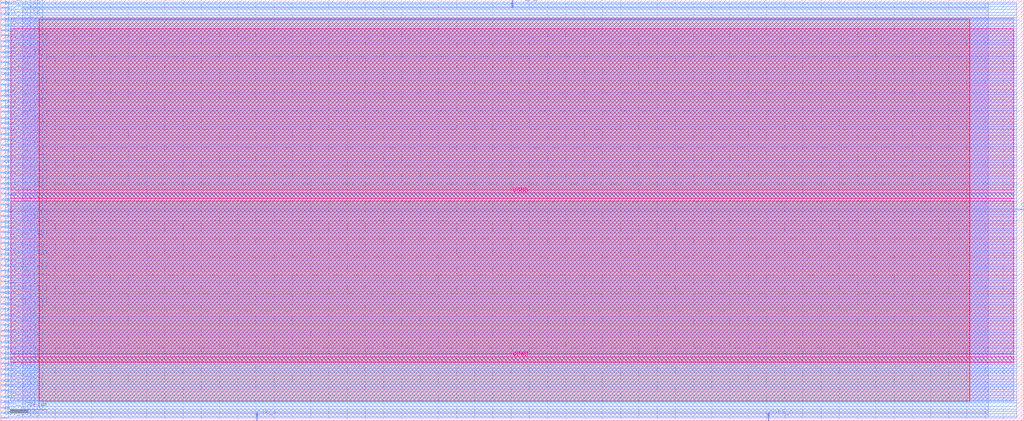
<source format=lef>
VERSION 5.7 ;
  NOWIREEXTENSIONATPIN ON ;
  DIVIDERCHAR "/" ;
  BUSBITCHARS "[]" ;
MACRO fd_hs
  CLASS BLOCK ;
  FOREIGN fd_hs ;
  ORIGIN 0.000 0.000 ;
  SIZE 561.200 BY 231.200 ;
  PIN bus_in[0]
    DIRECTION INPUT ;
    PORT
      LAYER met3 ;
        RECT 0.000 1.400 4.000 2.000 ;
    END
  END bus_in[0]
  PIN bus_in[10]
    DIRECTION INPUT ;
    PORT
      LAYER met3 ;
        RECT 0.000 61.240 4.000 61.840 ;
    END
  END bus_in[10]
  PIN bus_in[11]
    DIRECTION INPUT ;
    PORT
      LAYER met3 ;
        RECT 0.000 67.360 4.000 67.960 ;
    END
  END bus_in[11]
  PIN bus_in[12]
    DIRECTION INPUT ;
    PORT
      LAYER met3 ;
        RECT 0.000 72.800 4.000 73.400 ;
    END
  END bus_in[12]
  PIN bus_in[13]
    DIRECTION INPUT ;
    PORT
      LAYER met3 ;
        RECT 0.000 78.920 4.000 79.520 ;
    END
  END bus_in[13]
  PIN bus_in[14]
    DIRECTION INPUT ;
    PORT
      LAYER met3 ;
        RECT 0.000 85.040 4.000 85.640 ;
    END
  END bus_in[14]
  PIN bus_in[15]
    DIRECTION INPUT ;
    PORT
      LAYER met3 ;
        RECT 0.000 91.160 4.000 91.760 ;
    END
  END bus_in[15]
  PIN bus_in[16]
    DIRECTION INPUT ;
    PORT
      LAYER met3 ;
        RECT 0.000 97.280 4.000 97.880 ;
    END
  END bus_in[16]
  PIN bus_in[17]
    DIRECTION INPUT ;
    PORT
      LAYER met3 ;
        RECT 0.000 103.400 4.000 104.000 ;
    END
  END bus_in[17]
  PIN bus_in[18]
    DIRECTION INPUT ;
    PORT
      LAYER met3 ;
        RECT 0.000 108.840 4.000 109.440 ;
    END
  END bus_in[18]
  PIN bus_in[19]
    DIRECTION INPUT ;
    PORT
      LAYER met3 ;
        RECT 0.000 114.960 4.000 115.560 ;
    END
  END bus_in[19]
  PIN bus_in[1]
    DIRECTION INPUT ;
    PORT
      LAYER met3 ;
        RECT 0.000 6.840 4.000 7.440 ;
    END
  END bus_in[1]
  PIN bus_in[20]
    DIRECTION INPUT ;
    PORT
      LAYER met3 ;
        RECT 0.000 121.080 4.000 121.680 ;
    END
  END bus_in[20]
  PIN bus_in[21]
    DIRECTION INPUT ;
    PORT
      LAYER met3 ;
        RECT 0.000 127.200 4.000 127.800 ;
    END
  END bus_in[21]
  PIN bus_in[22]
    DIRECTION INPUT ;
    PORT
      LAYER met3 ;
        RECT 0.000 133.320 4.000 133.920 ;
    END
  END bus_in[22]
  PIN bus_in[23]
    DIRECTION INPUT ;
    PORT
      LAYER met3 ;
        RECT 0.000 139.440 4.000 140.040 ;
    END
  END bus_in[23]
  PIN bus_in[24]
    DIRECTION INPUT ;
    PORT
      LAYER met3 ;
        RECT 0.000 144.880 4.000 145.480 ;
    END
  END bus_in[24]
  PIN bus_in[25]
    DIRECTION INPUT ;
    PORT
      LAYER met3 ;
        RECT 0.000 151.000 4.000 151.600 ;
    END
  END bus_in[25]
  PIN bus_in[26]
    DIRECTION INPUT ;
    PORT
      LAYER met3 ;
        RECT 0.000 157.120 4.000 157.720 ;
    END
  END bus_in[26]
  PIN bus_in[27]
    DIRECTION INPUT ;
    PORT
      LAYER met3 ;
        RECT 0.000 163.240 4.000 163.840 ;
    END
  END bus_in[27]
  PIN bus_in[28]
    DIRECTION INPUT ;
    PORT
      LAYER met3 ;
        RECT 0.000 169.360 4.000 169.960 ;
    END
  END bus_in[28]
  PIN bus_in[29]
    DIRECTION INPUT ;
    PORT
      LAYER met3 ;
        RECT 0.000 175.480 4.000 176.080 ;
    END
  END bus_in[29]
  PIN bus_in[2]
    DIRECTION INPUT ;
    PORT
      LAYER met3 ;
        RECT 0.000 12.960 4.000 13.560 ;
    END
  END bus_in[2]
  PIN bus_in[30]
    DIRECTION INPUT ;
    PORT
      LAYER met3 ;
        RECT 0.000 180.920 4.000 181.520 ;
    END
  END bus_in[30]
  PIN bus_in[31]
    DIRECTION INPUT ;
    PORT
      LAYER met3 ;
        RECT 0.000 187.040 4.000 187.640 ;
    END
  END bus_in[31]
  PIN bus_in[32]
    DIRECTION INPUT ;
    PORT
      LAYER met3 ;
        RECT 0.000 193.160 4.000 193.760 ;
    END
  END bus_in[32]
  PIN bus_in[33]
    DIRECTION INPUT ;
    PORT
      LAYER met3 ;
        RECT 0.000 199.280 4.000 199.880 ;
    END
  END bus_in[33]
  PIN bus_in[34]
    DIRECTION INPUT ;
    PORT
      LAYER met3 ;
        RECT 0.000 205.400 4.000 206.000 ;
    END
  END bus_in[34]
  PIN bus_in[35]
    DIRECTION INPUT ;
    PORT
      LAYER met3 ;
        RECT 0.000 211.520 4.000 212.120 ;
    END
  END bus_in[35]
  PIN bus_in[36]
    DIRECTION INPUT ;
    PORT
      LAYER met3 ;
        RECT 0.000 214.240 4.000 214.840 ;
    END
  END bus_in[36]
  PIN bus_in[37]
    DIRECTION INPUT ;
    PORT
      LAYER met3 ;
        RECT 0.000 216.960 4.000 217.560 ;
    END
  END bus_in[37]
  PIN bus_in[38]
    DIRECTION INPUT ;
    PORT
      LAYER met3 ;
        RECT 0.000 220.360 4.000 220.960 ;
    END
  END bus_in[38]
  PIN bus_in[39]
    DIRECTION INPUT ;
    PORT
      LAYER met3 ;
        RECT 0.000 223.080 4.000 223.680 ;
    END
  END bus_in[39]
  PIN bus_in[3]
    DIRECTION INPUT ;
    PORT
      LAYER met3 ;
        RECT 0.000 19.080 4.000 19.680 ;
    END
  END bus_in[3]
  PIN bus_in[40]
    DIRECTION INPUT ;
    PORT
      LAYER met3 ;
        RECT 0.000 226.480 4.000 227.080 ;
    END
  END bus_in[40]
  PIN bus_in[41]
    DIRECTION INPUT ;
    PORT
      LAYER met3 ;
        RECT 0.000 229.200 4.000 229.800 ;
    END
  END bus_in[41]
  PIN bus_in[4]
    DIRECTION INPUT ;
    PORT
      LAYER met3 ;
        RECT 0.000 25.200 4.000 25.800 ;
    END
  END bus_in[4]
  PIN bus_in[5]
    DIRECTION INPUT ;
    PORT
      LAYER met3 ;
        RECT 0.000 31.320 4.000 31.920 ;
    END
  END bus_in[5]
  PIN bus_in[6]
    DIRECTION INPUT ;
    PORT
      LAYER met3 ;
        RECT 0.000 36.760 4.000 37.360 ;
    END
  END bus_in[6]
  PIN bus_in[7]
    DIRECTION INPUT ;
    PORT
      LAYER met3 ;
        RECT 0.000 42.880 4.000 43.480 ;
    END
  END bus_in[7]
  PIN bus_in[8]
    DIRECTION INPUT ;
    PORT
      LAYER met3 ;
        RECT 0.000 49.000 4.000 49.600 ;
    END
  END bus_in[8]
  PIN bus_in[9]
    DIRECTION INPUT ;
    PORT
      LAYER met3 ;
        RECT 0.000 55.120 4.000 55.720 ;
    END
  END bus_in[9]
  PIN bus_out[0]
    DIRECTION OUTPUT TRISTATE ;
    PORT
      LAYER met3 ;
        RECT 0.000 4.120 4.000 4.720 ;
    END
  END bus_out[0]
  PIN bus_out[10]
    DIRECTION OUTPUT TRISTATE ;
    PORT
      LAYER met3 ;
        RECT 0.000 63.960 4.000 64.560 ;
    END
  END bus_out[10]
  PIN bus_out[11]
    DIRECTION OUTPUT TRISTATE ;
    PORT
      LAYER met3 ;
        RECT 0.000 70.080 4.000 70.680 ;
    END
  END bus_out[11]
  PIN bus_out[12]
    DIRECTION OUTPUT TRISTATE ;
    PORT
      LAYER met3 ;
        RECT 0.000 76.200 4.000 76.800 ;
    END
  END bus_out[12]
  PIN bus_out[13]
    DIRECTION OUTPUT TRISTATE ;
    PORT
      LAYER met3 ;
        RECT 0.000 82.320 4.000 82.920 ;
    END
  END bus_out[13]
  PIN bus_out[14]
    DIRECTION OUTPUT TRISTATE ;
    PORT
      LAYER met3 ;
        RECT 0.000 88.440 4.000 89.040 ;
    END
  END bus_out[14]
  PIN bus_out[15]
    DIRECTION OUTPUT TRISTATE ;
    PORT
      LAYER met3 ;
        RECT 0.000 93.880 4.000 94.480 ;
    END
  END bus_out[15]
  PIN bus_out[16]
    DIRECTION OUTPUT TRISTATE ;
    PORT
      LAYER met3 ;
        RECT 0.000 100.000 4.000 100.600 ;
    END
  END bus_out[16]
  PIN bus_out[17]
    DIRECTION OUTPUT TRISTATE ;
    PORT
      LAYER met3 ;
        RECT 0.000 106.120 4.000 106.720 ;
    END
  END bus_out[17]
  PIN bus_out[18]
    DIRECTION OUTPUT TRISTATE ;
    PORT
      LAYER met3 ;
        RECT 0.000 112.240 4.000 112.840 ;
    END
  END bus_out[18]
  PIN bus_out[19]
    DIRECTION OUTPUT TRISTATE ;
    PORT
      LAYER met3 ;
        RECT 0.000 118.360 4.000 118.960 ;
    END
  END bus_out[19]
  PIN bus_out[1]
    DIRECTION OUTPUT TRISTATE ;
    PORT
      LAYER met3 ;
        RECT 0.000 10.240 4.000 10.840 ;
    END
  END bus_out[1]
  PIN bus_out[20]
    DIRECTION OUTPUT TRISTATE ;
    PORT
      LAYER met3 ;
        RECT 0.000 124.480 4.000 125.080 ;
    END
  END bus_out[20]
  PIN bus_out[21]
    DIRECTION OUTPUT TRISTATE ;
    PORT
      LAYER met3 ;
        RECT 0.000 129.920 4.000 130.520 ;
    END
  END bus_out[21]
  PIN bus_out[22]
    DIRECTION OUTPUT TRISTATE ;
    PORT
      LAYER met3 ;
        RECT 0.000 136.040 4.000 136.640 ;
    END
  END bus_out[22]
  PIN bus_out[23]
    DIRECTION OUTPUT TRISTATE ;
    PORT
      LAYER met3 ;
        RECT 0.000 142.160 4.000 142.760 ;
    END
  END bus_out[23]
  PIN bus_out[24]
    DIRECTION OUTPUT TRISTATE ;
    PORT
      LAYER met3 ;
        RECT 0.000 148.280 4.000 148.880 ;
    END
  END bus_out[24]
  PIN bus_out[25]
    DIRECTION OUTPUT TRISTATE ;
    PORT
      LAYER met3 ;
        RECT 0.000 154.400 4.000 155.000 ;
    END
  END bus_out[25]
  PIN bus_out[26]
    DIRECTION OUTPUT TRISTATE ;
    PORT
      LAYER met3 ;
        RECT 0.000 160.520 4.000 161.120 ;
    END
  END bus_out[26]
  PIN bus_out[27]
    DIRECTION OUTPUT TRISTATE ;
    PORT
      LAYER met3 ;
        RECT 0.000 165.960 4.000 166.560 ;
    END
  END bus_out[27]
  PIN bus_out[28]
    DIRECTION OUTPUT TRISTATE ;
    PORT
      LAYER met3 ;
        RECT 0.000 172.080 4.000 172.680 ;
    END
  END bus_out[28]
  PIN bus_out[29]
    DIRECTION OUTPUT TRISTATE ;
    PORT
      LAYER met3 ;
        RECT 0.000 178.200 4.000 178.800 ;
    END
  END bus_out[29]
  PIN bus_out[2]
    DIRECTION OUTPUT TRISTATE ;
    PORT
      LAYER met3 ;
        RECT 0.000 16.360 4.000 16.960 ;
    END
  END bus_out[2]
  PIN bus_out[30]
    DIRECTION OUTPUT TRISTATE ;
    PORT
      LAYER met3 ;
        RECT 0.000 184.320 4.000 184.920 ;
    END
  END bus_out[30]
  PIN bus_out[31]
    DIRECTION OUTPUT TRISTATE ;
    PORT
      LAYER met3 ;
        RECT 0.000 190.440 4.000 191.040 ;
    END
  END bus_out[31]
  PIN bus_out[32]
    DIRECTION OUTPUT TRISTATE ;
    PORT
      LAYER met3 ;
        RECT 0.000 196.560 4.000 197.160 ;
    END
  END bus_out[32]
  PIN bus_out[33]
    DIRECTION OUTPUT TRISTATE ;
    PORT
      LAYER met3 ;
        RECT 0.000 202.000 4.000 202.600 ;
    END
  END bus_out[33]
  PIN bus_out[34]
    DIRECTION OUTPUT TRISTATE ;
    PORT
      LAYER met3 ;
        RECT 0.000 208.120 4.000 208.720 ;
    END
  END bus_out[34]
  PIN bus_out[3]
    DIRECTION OUTPUT TRISTATE ;
    PORT
      LAYER met3 ;
        RECT 0.000 21.800 4.000 22.400 ;
    END
  END bus_out[3]
  PIN bus_out[4]
    DIRECTION OUTPUT TRISTATE ;
    PORT
      LAYER met3 ;
        RECT 0.000 27.920 4.000 28.520 ;
    END
  END bus_out[4]
  PIN bus_out[5]
    DIRECTION OUTPUT TRISTATE ;
    PORT
      LAYER met3 ;
        RECT 0.000 34.040 4.000 34.640 ;
    END
  END bus_out[5]
  PIN bus_out[6]
    DIRECTION OUTPUT TRISTATE ;
    PORT
      LAYER met3 ;
        RECT 0.000 40.160 4.000 40.760 ;
    END
  END bus_out[6]
  PIN bus_out[7]
    DIRECTION OUTPUT TRISTATE ;
    PORT
      LAYER met3 ;
        RECT 0.000 46.280 4.000 46.880 ;
    END
  END bus_out[7]
  PIN bus_out[8]
    DIRECTION OUTPUT TRISTATE ;
    PORT
      LAYER met3 ;
        RECT 0.000 52.400 4.000 53.000 ;
    END
  END bus_out[8]
  PIN bus_out[9]
    DIRECTION OUTPUT TRISTATE ;
    PORT
      LAYER met3 ;
        RECT 0.000 57.840 4.000 58.440 ;
    END
  END bus_out[9]
  PIN clk_i
    DIRECTION INPUT ;
    PORT
      LAYER met2 ;
        RECT 140.390 0.000 140.670 4.000 ;
    END
  END clk_i
  PIN out1_o
    DIRECTION OUTPUT TRISTATE ;
    PORT
      LAYER met2 ;
        RECT 420.990 0.000 421.270 4.000 ;
    END
  END out1_o
  PIN out2_o
    DIRECTION OUTPUT TRISTATE ;
    PORT
      LAYER met3 ;
        RECT 557.200 115.640 561.200 116.240 ;
    END
  END out2_o
  PIN rst_n_i
    DIRECTION INPUT ;
    PORT
      LAYER met2 ;
        RECT 280.690 227.200 280.970 231.200 ;
    END
  END rst_n_i
  PIN VPWR
    DIRECTION INPUT ;
    USE POWER ;
    PORT
      LAYER met5 ;
        RECT 5.520 32.180 555.680 35.180 ;
    END
  END VPWR
  PIN VGND
    DIRECTION INPUT ;
    USE GROUND ;
    PORT
      LAYER met5 ;
        RECT 5.520 122.180 555.680 125.180 ;
    END
  END VGND
  OBS
      LAYER li1 ;
        RECT 5.520 10.795 555.680 220.405 ;
      LAYER met1 ;
        RECT 5.520 10.640 555.680 220.960 ;
      LAYER met2 ;
        RECT 12.050 226.920 280.410 229.685 ;
        RECT 281.250 226.920 541.790 229.685 ;
        RECT 12.050 4.280 541.790 226.920 ;
        RECT 12.050 1.515 140.110 4.280 ;
        RECT 140.950 1.515 420.710 4.280 ;
        RECT 421.550 1.515 541.790 4.280 ;
      LAYER met3 ;
        RECT 4.400 228.800 557.200 229.665 ;
        RECT 4.000 227.480 557.200 228.800 ;
        RECT 4.400 226.080 557.200 227.480 ;
        RECT 4.000 224.080 557.200 226.080 ;
        RECT 4.400 222.680 557.200 224.080 ;
        RECT 4.000 221.360 557.200 222.680 ;
        RECT 4.400 219.960 557.200 221.360 ;
        RECT 4.000 217.960 557.200 219.960 ;
        RECT 4.400 216.560 557.200 217.960 ;
        RECT 4.000 215.240 557.200 216.560 ;
        RECT 4.400 213.840 557.200 215.240 ;
        RECT 4.000 212.520 557.200 213.840 ;
        RECT 4.400 211.120 557.200 212.520 ;
        RECT 4.000 209.120 557.200 211.120 ;
        RECT 4.400 207.720 557.200 209.120 ;
        RECT 4.000 206.400 557.200 207.720 ;
        RECT 4.400 205.000 557.200 206.400 ;
        RECT 4.000 203.000 557.200 205.000 ;
        RECT 4.400 201.600 557.200 203.000 ;
        RECT 4.000 200.280 557.200 201.600 ;
        RECT 4.400 198.880 557.200 200.280 ;
        RECT 4.000 197.560 557.200 198.880 ;
        RECT 4.400 196.160 557.200 197.560 ;
        RECT 4.000 194.160 557.200 196.160 ;
        RECT 4.400 192.760 557.200 194.160 ;
        RECT 4.000 191.440 557.200 192.760 ;
        RECT 4.400 190.040 557.200 191.440 ;
        RECT 4.000 188.040 557.200 190.040 ;
        RECT 4.400 186.640 557.200 188.040 ;
        RECT 4.000 185.320 557.200 186.640 ;
        RECT 4.400 183.920 557.200 185.320 ;
        RECT 4.000 181.920 557.200 183.920 ;
        RECT 4.400 180.520 557.200 181.920 ;
        RECT 4.000 179.200 557.200 180.520 ;
        RECT 4.400 177.800 557.200 179.200 ;
        RECT 4.000 176.480 557.200 177.800 ;
        RECT 4.400 175.080 557.200 176.480 ;
        RECT 4.000 173.080 557.200 175.080 ;
        RECT 4.400 171.680 557.200 173.080 ;
        RECT 4.000 170.360 557.200 171.680 ;
        RECT 4.400 168.960 557.200 170.360 ;
        RECT 4.000 166.960 557.200 168.960 ;
        RECT 4.400 165.560 557.200 166.960 ;
        RECT 4.000 164.240 557.200 165.560 ;
        RECT 4.400 162.840 557.200 164.240 ;
        RECT 4.000 161.520 557.200 162.840 ;
        RECT 4.400 160.120 557.200 161.520 ;
        RECT 4.000 158.120 557.200 160.120 ;
        RECT 4.400 156.720 557.200 158.120 ;
        RECT 4.000 155.400 557.200 156.720 ;
        RECT 4.400 154.000 557.200 155.400 ;
        RECT 4.000 152.000 557.200 154.000 ;
        RECT 4.400 150.600 557.200 152.000 ;
        RECT 4.000 149.280 557.200 150.600 ;
        RECT 4.400 147.880 557.200 149.280 ;
        RECT 4.000 145.880 557.200 147.880 ;
        RECT 4.400 144.480 557.200 145.880 ;
        RECT 4.000 143.160 557.200 144.480 ;
        RECT 4.400 141.760 557.200 143.160 ;
        RECT 4.000 140.440 557.200 141.760 ;
        RECT 4.400 139.040 557.200 140.440 ;
        RECT 4.000 137.040 557.200 139.040 ;
        RECT 4.400 135.640 557.200 137.040 ;
        RECT 4.000 134.320 557.200 135.640 ;
        RECT 4.400 132.920 557.200 134.320 ;
        RECT 4.000 130.920 557.200 132.920 ;
        RECT 4.400 129.520 557.200 130.920 ;
        RECT 4.000 128.200 557.200 129.520 ;
        RECT 4.400 126.800 557.200 128.200 ;
        RECT 4.000 125.480 557.200 126.800 ;
        RECT 4.400 124.080 557.200 125.480 ;
        RECT 4.000 122.080 557.200 124.080 ;
        RECT 4.400 120.680 557.200 122.080 ;
        RECT 4.000 119.360 557.200 120.680 ;
        RECT 4.400 117.960 557.200 119.360 ;
        RECT 4.000 116.640 557.200 117.960 ;
        RECT 4.000 115.960 556.800 116.640 ;
        RECT 4.400 115.240 556.800 115.960 ;
        RECT 4.400 114.560 557.200 115.240 ;
        RECT 4.000 113.240 557.200 114.560 ;
        RECT 4.400 111.840 557.200 113.240 ;
        RECT 4.000 109.840 557.200 111.840 ;
        RECT 4.400 108.440 557.200 109.840 ;
        RECT 4.000 107.120 557.200 108.440 ;
        RECT 4.400 105.720 557.200 107.120 ;
        RECT 4.000 104.400 557.200 105.720 ;
        RECT 4.400 103.000 557.200 104.400 ;
        RECT 4.000 101.000 557.200 103.000 ;
        RECT 4.400 99.600 557.200 101.000 ;
        RECT 4.000 98.280 557.200 99.600 ;
        RECT 4.400 96.880 557.200 98.280 ;
        RECT 4.000 94.880 557.200 96.880 ;
        RECT 4.400 93.480 557.200 94.880 ;
        RECT 4.000 92.160 557.200 93.480 ;
        RECT 4.400 90.760 557.200 92.160 ;
        RECT 4.000 89.440 557.200 90.760 ;
        RECT 4.400 88.040 557.200 89.440 ;
        RECT 4.000 86.040 557.200 88.040 ;
        RECT 4.400 84.640 557.200 86.040 ;
        RECT 4.000 83.320 557.200 84.640 ;
        RECT 4.400 81.920 557.200 83.320 ;
        RECT 4.000 79.920 557.200 81.920 ;
        RECT 4.400 78.520 557.200 79.920 ;
        RECT 4.000 77.200 557.200 78.520 ;
        RECT 4.400 75.800 557.200 77.200 ;
        RECT 4.000 73.800 557.200 75.800 ;
        RECT 4.400 72.400 557.200 73.800 ;
        RECT 4.000 71.080 557.200 72.400 ;
        RECT 4.400 69.680 557.200 71.080 ;
        RECT 4.000 68.360 557.200 69.680 ;
        RECT 4.400 66.960 557.200 68.360 ;
        RECT 4.000 64.960 557.200 66.960 ;
        RECT 4.400 63.560 557.200 64.960 ;
        RECT 4.000 62.240 557.200 63.560 ;
        RECT 4.400 60.840 557.200 62.240 ;
        RECT 4.000 58.840 557.200 60.840 ;
        RECT 4.400 57.440 557.200 58.840 ;
        RECT 4.000 56.120 557.200 57.440 ;
        RECT 4.400 54.720 557.200 56.120 ;
        RECT 4.000 53.400 557.200 54.720 ;
        RECT 4.400 52.000 557.200 53.400 ;
        RECT 4.000 50.000 557.200 52.000 ;
        RECT 4.400 48.600 557.200 50.000 ;
        RECT 4.000 47.280 557.200 48.600 ;
        RECT 4.400 45.880 557.200 47.280 ;
        RECT 4.000 43.880 557.200 45.880 ;
        RECT 4.400 42.480 557.200 43.880 ;
        RECT 4.000 41.160 557.200 42.480 ;
        RECT 4.400 39.760 557.200 41.160 ;
        RECT 4.000 37.760 557.200 39.760 ;
        RECT 4.400 36.360 557.200 37.760 ;
        RECT 4.000 35.040 557.200 36.360 ;
        RECT 4.400 33.640 557.200 35.040 ;
        RECT 4.000 32.320 557.200 33.640 ;
        RECT 4.400 30.920 557.200 32.320 ;
        RECT 4.000 28.920 557.200 30.920 ;
        RECT 4.400 27.520 557.200 28.920 ;
        RECT 4.000 26.200 557.200 27.520 ;
        RECT 4.400 24.800 557.200 26.200 ;
        RECT 4.000 22.800 557.200 24.800 ;
        RECT 4.400 21.400 557.200 22.800 ;
        RECT 4.000 20.080 557.200 21.400 ;
        RECT 4.400 18.680 557.200 20.080 ;
        RECT 4.000 17.360 557.200 18.680 ;
        RECT 4.400 15.960 557.200 17.360 ;
        RECT 4.000 13.960 557.200 15.960 ;
        RECT 4.400 12.560 557.200 13.960 ;
        RECT 4.000 11.240 557.200 12.560 ;
        RECT 4.400 9.840 557.200 11.240 ;
        RECT 4.000 7.840 557.200 9.840 ;
        RECT 4.400 6.440 557.200 7.840 ;
        RECT 4.000 5.120 557.200 6.440 ;
        RECT 4.400 3.720 557.200 5.120 ;
        RECT 4.000 2.400 557.200 3.720 ;
        RECT 4.400 1.535 557.200 2.400 ;
      LAYER met4 ;
        RECT 21.040 10.640 531.600 220.560 ;
      LAYER met5 ;
        RECT 5.520 126.780 555.680 215.190 ;
        RECT 5.520 36.780 555.680 120.580 ;
  END
END fd_hs
END LIBRARY


</source>
